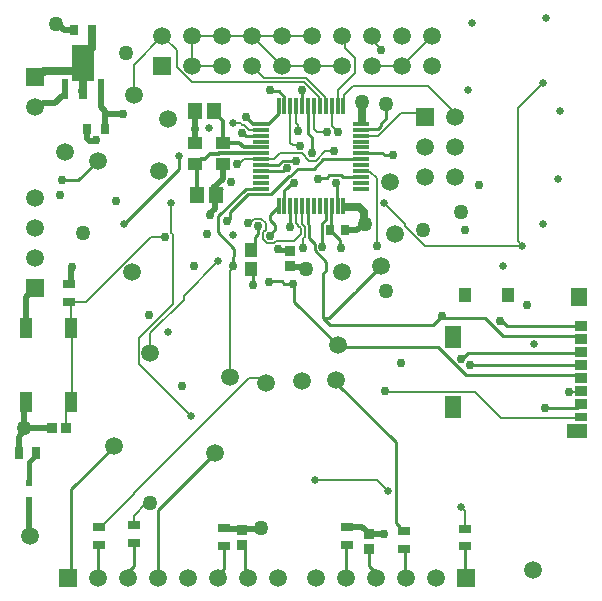
<source format=gtl>
G04*
G04 #@! TF.GenerationSoftware,Altium Limited,Altium Designer,22.10.1 (41)*
G04*
G04 Layer_Physical_Order=1*
G04 Layer_Color=255*
%FSLAX25Y25*%
%MOIN*%
G70*
G04*
G04 #@! TF.SameCoordinates,AFA84DA5-00AA-44F6-A921-FAAB14C792BC*
G04*
G04*
G04 #@! TF.FilePolarity,Positive*
G04*
G01*
G75*
%ADD13C,0.01000*%
%ADD23R,0.03150X0.03543*%
%ADD27R,0.03985X0.04758*%
%ADD31R,0.02953X0.03937*%
%ADD43R,0.05315X0.06102*%
%ADD44R,0.03937X0.04724*%
%ADD45R,0.05315X0.07480*%
%ADD46R,0.07087X0.04606*%
%ADD47R,0.04331X0.02953*%
%ADD48R,0.04331X0.03347*%
%ADD49R,0.05807X0.01181*%
%ADD50R,0.01181X0.05807*%
%ADD51R,0.07610X0.11929*%
%ADD52R,0.02284X0.06811*%
%ADD53R,0.02992X0.05906*%
%ADD54R,0.03937X0.03150*%
%ADD55R,0.03740X0.03740*%
%ADD56R,0.02953X0.03347*%
%ADD57R,0.05118X0.05709*%
%ADD58R,0.05118X0.04331*%
%ADD59R,0.03937X0.06693*%
%ADD60R,0.02362X0.02362*%
%ADD61R,0.03740X0.03740*%
%ADD62C,0.01200*%
%ADD63C,0.00700*%
%ADD64C,0.02000*%
%ADD65C,0.01500*%
%ADD66C,0.02500*%
%ADD67C,0.03000*%
%ADD68C,0.01968*%
%ADD69R,0.05906X0.05906*%
%ADD70C,0.05906*%
%ADD71R,0.05906X0.05906*%
%ADD72C,0.03000*%
%ADD73C,0.05000*%
%ADD74C,0.02500*%
D13*
X224878Y229878D02*
X225418Y230381D01*
X190500Y238000D02*
X191300Y237200D01*
Y232500D02*
Y237200D01*
X189000Y288500D02*
X191083Y286417D01*
X193725D02*
X193815Y286327D01*
X189000Y288500D02*
X189000D01*
X191083Y286417D02*
X193725D01*
X193815Y286327D02*
X196128D01*
X199791Y297117D02*
X201551Y295357D01*
X197383Y297117D02*
X199791D01*
X197000Y297500D02*
X197383Y297117D01*
X201551Y292276D02*
Y295357D01*
X186848Y146152D02*
X187079D01*
X112947Y176353D02*
X113094Y176500D01*
X201551Y292276D02*
X201642Y292185D01*
X219268Y258906D02*
Y266232D01*
X199621Y272547D02*
X201174Y274100D01*
X230000Y138827D02*
Y144539D01*
X178500Y262201D02*
X178799Y262500D01*
X188561Y135939D02*
X189500Y135000D01*
X115000Y183918D02*
Y185000D01*
X136000Y281339D02*
X136586Y280753D01*
X178799Y262500D02*
X180858Y264559D01*
X201174Y274100D02*
X205400D01*
X230000Y138827D02*
X232000Y136827D01*
X234000Y285500D02*
Y286500D01*
X219000Y266500D02*
X219268Y266232D01*
X232000Y135500D02*
Y136827D01*
X193815Y272547D02*
X199621D01*
X232949Y284449D02*
X234000Y285500D01*
X188561Y135939D02*
Y144669D01*
X187079Y146152D02*
X188561Y144669D01*
X171929Y280000D02*
X171972Y280043D01*
X119827Y292000D02*
X121093Y293266D01*
X118500Y292000D02*
X119827D01*
X219268Y258906D02*
X219358Y258815D01*
X171850Y290500D02*
X171972Y290378D01*
X227185Y284358D02*
X227276Y284449D01*
X205400Y274100D02*
X205500Y274000D01*
X235500Y288000D02*
Y293000D01*
X234000Y286500D02*
X235500Y288000D01*
X115000Y193079D02*
X115520Y193598D01*
X227276Y284449D02*
X232949D01*
X268547Y221776D02*
X274665Y215658D01*
X254311Y221776D02*
X268547D01*
X254044Y222044D02*
X254311Y221776D01*
X216889Y219111D02*
X251111D01*
X254111Y222111D01*
X201664Y233097D02*
X204403D01*
X200903Y233858D02*
X201664Y233097D01*
X196858Y233858D02*
X200903D01*
X205000Y227000D02*
Y231511D01*
Y227000D02*
X219500Y212500D01*
X204786Y231725D02*
X205000Y231511D01*
X204786Y231725D02*
Y232714D01*
X204403Y233097D02*
X204786Y232714D01*
X197000Y249000D02*
Y249541D01*
X192922Y249463D02*
Y252276D01*
X198356Y250898D02*
Y252685D01*
X192922Y252276D02*
X192952Y252306D01*
X197000Y249541D02*
X198356Y250898D01*
X196847Y254194D02*
X198356Y252685D01*
X191992Y248533D02*
X192922Y249463D01*
X182473Y254060D02*
X182783D01*
X183483Y254760D01*
X234482Y276492D02*
X234957Y276018D01*
X227193Y276492D02*
X234482D01*
X234957Y276018D02*
X237982D01*
X166632Y271400D02*
Y275650D01*
X274041Y220500D02*
X275726Y218815D01*
X300492D01*
X184594Y239094D02*
Y242000D01*
X184500Y239000D02*
X184594Y239094D01*
X185000Y242406D02*
Y244771D01*
X184594Y242000D02*
X185000Y242406D01*
X179500Y250271D02*
X185000Y244771D01*
X179500Y135000D02*
Y136039D01*
X181500Y138039D02*
Y145500D01*
X179500Y136039D02*
X181500Y138039D01*
X188933Y282390D02*
X193815D01*
X187632Y283150D02*
X188173D01*
X148233Y253002D02*
X166632Y271400D01*
X148157Y253002D02*
X148233D01*
X188173Y283150D02*
X188933Y282390D01*
X191992Y245806D02*
Y248533D01*
X238674Y153326D02*
X240032Y151969D01*
Y151575D02*
X241106Y150500D01*
X196847Y255989D02*
X199673Y258815D01*
X240032Y151575D02*
Y151969D01*
X241106Y150500D02*
X241500D01*
X238674Y153326D02*
Y180326D01*
X219000Y200000D02*
X238674Y180326D01*
X196847Y254194D02*
Y255989D01*
X219000Y200000D02*
Y201000D01*
X203610Y251931D02*
Y258815D01*
X214531Y274516D02*
X227185D01*
Y276484D02*
X227193Y276492D01*
X221106Y268610D02*
X227185D01*
X211000Y276500D02*
Y281640D01*
X196128Y286327D02*
X199673Y289872D01*
X211415Y271400D02*
X214531Y274516D01*
X213383Y268383D02*
X215690D01*
X201642Y258815D02*
Y264142D01*
X202349Y264849D02*
X202459D01*
X207524Y292209D02*
Y297476D01*
X183483Y254760D02*
Y256983D01*
X201038Y270579D02*
X201959Y271500D01*
X202459Y264849D02*
X204172Y266561D01*
X201959Y271500D02*
X202500D01*
X203092Y268900D02*
X203577D01*
X216500Y269193D02*
X220524D01*
X207500Y297500D02*
X207524Y297476D01*
X203577Y268900D02*
X206077Y271400D01*
X220524Y269193D02*
X221106Y268610D01*
X209516Y283124D02*
X211000Y281640D01*
X213000Y268000D02*
X213383Y268383D01*
X201642Y264142D02*
X202349Y264849D01*
X183483Y256983D02*
X189483Y262983D01*
X197174D02*
X203092Y268900D01*
X215690Y268383D02*
X216500Y269193D01*
X214305Y253129D02*
X215421Y254245D01*
X189483Y262983D02*
X197174D01*
X215421Y254245D02*
Y258815D01*
X193815Y270579D02*
X201038D01*
X209516Y283124D02*
Y292185D01*
X199673Y289872D02*
Y292185D01*
X204172Y266561D02*
X204713D01*
X207524Y292209D02*
X207547Y292185D01*
X206077Y271400D02*
X211415D01*
X214305Y245383D02*
Y253129D01*
X190500Y244314D02*
X191992Y245806D01*
X179500Y250271D02*
Y255500D01*
X188673Y264673D01*
X193815D01*
X159500Y135000D02*
Y157500D01*
X178586Y176586D01*
X209800Y248200D02*
Y252664D01*
Y248200D02*
X211705Y246295D01*
Y244306D02*
Y246295D01*
Y244306D02*
X215574Y240438D01*
X118500Y241500D02*
X118899D01*
X130000Y232906D02*
X130394D01*
X130500Y164500D02*
X145437Y179437D01*
X130500Y136000D02*
Y164500D01*
X129500Y135000D02*
X130500Y136000D01*
X220117Y245383D02*
Y247568D01*
X216882Y250803D02*
X220117Y247568D01*
Y245383D02*
X220500Y245000D01*
X216882Y250803D02*
Y251000D01*
X214500Y221500D02*
X216500D01*
X225446Y230441D02*
X225446Y230446D01*
X216500Y221500D02*
X224878Y229878D01*
X225418Y230381D02*
X225446Y230441D01*
X225446Y230446D02*
X234000Y239000D01*
X214500Y221500D02*
Y236376D01*
Y221500D02*
X216889Y219111D01*
X214500Y236376D02*
X215574Y237449D01*
X288658Y191658D02*
X299319D01*
X288500Y191500D02*
X288658Y191658D01*
X299319D02*
X300492Y192831D01*
X219500Y212000D02*
X252823D01*
X196500Y233500D02*
X196858Y233858D01*
X209516Y252948D02*
X209800Y252664D01*
X209516Y252948D02*
Y258815D01*
X215574Y237449D02*
Y240438D01*
X217299Y251417D02*
Y258724D01*
X216882Y251000D02*
X217299Y251417D01*
Y258724D02*
X217390Y258815D01*
X273500Y220500D02*
X274041D01*
X299319Y215658D02*
X300492Y214484D01*
X274665Y215658D02*
X299319D01*
X262158Y202665D02*
X299319D01*
X300315Y206000D02*
X300492Y205823D01*
X260743Y208000D02*
X262743Y210000D01*
X252823Y212000D02*
X262158Y202665D01*
X263500Y206000D02*
X300315D01*
X260500Y208000D02*
X260743D01*
X262743Y210000D02*
X300339D01*
X299319Y202665D02*
X300492Y201492D01*
X300339Y210000D02*
X300492Y210154D01*
X116500Y151000D02*
X117133Y150367D01*
X262000Y135500D02*
Y145500D01*
X242000Y135500D02*
Y144094D01*
X241500Y144594D02*
X242000Y144094D01*
X222000Y135500D02*
X222031Y135531D01*
X223106Y146000D02*
X223500D01*
X222031Y144925D02*
X223106Y146000D01*
X222031Y135531D02*
Y144925D01*
X127500Y267500D02*
X133000D01*
X139500Y274000D01*
X149500Y136827D02*
X151500Y138827D01*
Y146547D01*
X149500Y135500D02*
Y136827D01*
X139500Y135500D02*
Y146500D01*
X178150Y290205D02*
Y290500D01*
D23*
X131595Y317500D02*
D03*
X137500D02*
D03*
X141905Y284500D02*
D03*
X136000D02*
D03*
D27*
X190500Y238000D02*
D03*
Y244314D02*
D03*
D31*
X119000Y176500D02*
D03*
X113094D02*
D03*
D43*
X300000Y228500D02*
D03*
D44*
X276280Y229189D02*
D03*
X261713D02*
D03*
D45*
X257874Y215410D02*
D03*
Y191906D02*
D03*
D46*
X299114Y183933D02*
D03*
D47*
X300492Y188697D02*
D03*
D48*
Y192831D02*
D03*
Y197162D02*
D03*
Y201492D02*
D03*
Y205823D02*
D03*
Y210154D02*
D03*
Y214484D02*
D03*
Y218815D02*
D03*
D49*
X193815Y286327D02*
D03*
Y284358D02*
D03*
Y282390D02*
D03*
Y280421D02*
D03*
Y278453D02*
D03*
Y276484D02*
D03*
Y274516D02*
D03*
Y272547D02*
D03*
Y270579D02*
D03*
Y268610D02*
D03*
Y266642D02*
D03*
Y264673D02*
D03*
X227185D02*
D03*
Y266642D02*
D03*
Y268610D02*
D03*
Y270579D02*
D03*
Y272547D02*
D03*
Y274516D02*
D03*
Y276484D02*
D03*
Y278453D02*
D03*
Y280421D02*
D03*
Y282390D02*
D03*
Y284358D02*
D03*
Y286327D02*
D03*
D50*
X199673Y258815D02*
D03*
X201642D02*
D03*
X203610D02*
D03*
X205579D02*
D03*
X207547D02*
D03*
X209516D02*
D03*
X211484D02*
D03*
X213453D02*
D03*
X215421D02*
D03*
X217390D02*
D03*
X219358D02*
D03*
X221327D02*
D03*
Y292185D02*
D03*
X219358D02*
D03*
X217390D02*
D03*
X215421D02*
D03*
X213453D02*
D03*
X211484D02*
D03*
X209516D02*
D03*
X207547D02*
D03*
X205579D02*
D03*
X203610D02*
D03*
X201642D02*
D03*
X199673D02*
D03*
D51*
X134500Y306500D02*
D03*
D52*
X140405Y298035D02*
D03*
X128595D02*
D03*
D53*
X134500Y297583D02*
D03*
D54*
X222500Y151953D02*
D03*
Y146047D02*
D03*
X130000Y227000D02*
D03*
Y232906D02*
D03*
X262000Y145500D02*
D03*
Y151406D02*
D03*
X241500Y144594D02*
D03*
Y150500D02*
D03*
X151500Y146547D02*
D03*
Y152453D02*
D03*
X140000Y151906D02*
D03*
Y146000D02*
D03*
X181500Y151453D02*
D03*
Y145547D02*
D03*
D55*
X230000Y149461D02*
D03*
Y144539D02*
D03*
X187500Y146039D02*
D03*
Y150961D02*
D03*
X203500Y239000D02*
D03*
Y243921D02*
D03*
D56*
X216882Y251000D02*
D03*
X222000D02*
D03*
D57*
X172500Y262500D02*
D03*
X178799D02*
D03*
X178150Y290500D02*
D03*
X171850D02*
D03*
D58*
X171972Y272957D02*
D03*
X181028D02*
D03*
Y280043D02*
D03*
X171972D02*
D03*
D59*
X130480Y193598D02*
D03*
Y218402D02*
D03*
X115520Y193598D02*
D03*
Y218402D02*
D03*
D60*
X116500Y166500D02*
D03*
Y160988D02*
D03*
D61*
X124079Y185000D02*
D03*
X129000D02*
D03*
D62*
X179984Y276484D02*
X193815D01*
X176822Y276322D02*
X179822D01*
X179984Y276484D01*
X173932Y274522D02*
X175022D01*
X176822Y276322D01*
X172500Y272957D02*
Y273091D01*
X173932Y274522D01*
X171972Y272957D02*
X172500D01*
X181028Y280043D02*
X186499D01*
X188090Y278453D02*
X193815D01*
X186499Y280043D02*
X188090Y278453D01*
X181028Y280043D02*
Y287327D01*
X178150Y290205D02*
X181028Y287327D01*
X172500Y262500D02*
Y272429D01*
D63*
X184500Y286500D02*
X187053D01*
X187503Y286050D01*
X188197D02*
X189888Y284358D01*
X187503Y286050D02*
X188197D01*
X189888Y284358D02*
X193815D01*
X296342Y196842D02*
X300173D01*
X300492Y197162D01*
X279500Y291500D02*
X288000Y300000D01*
X279500Y247253D02*
Y291500D01*
Y247253D02*
X281000Y245753D01*
X194550Y250227D02*
X195402Y251079D01*
Y253320D01*
X191523Y254755D02*
X193966D01*
X190134Y253366D02*
X191523Y254755D01*
X193966D02*
X195402Y253320D01*
X194550Y247985D02*
X195985Y246550D01*
X198015D01*
X194550Y247985D02*
Y250227D01*
X198015Y246550D02*
X198700Y247235D01*
X189511Y253366D02*
X190134D01*
X198700Y247235D02*
X204800D01*
X207050Y249485D01*
X208000Y245100D02*
Y248388D01*
X208350Y248738D02*
Y252063D01*
X208000Y248388D02*
X208350Y248738D01*
X232478Y245479D02*
Y268154D01*
X230294Y270338D02*
X232478Y268154D01*
X205539Y286617D02*
Y292146D01*
X206124Y283964D02*
X206193Y283895D01*
X206124Y283964D02*
Y286033D01*
X205539Y286617D02*
X206124Y286033D01*
X151500Y152453D02*
Y155754D01*
X155612Y159866D01*
X184500Y238378D02*
Y239000D01*
X183500Y237378D02*
X184500Y238378D01*
X183500Y202250D02*
Y237378D01*
X155612Y159866D02*
X156775D01*
X168076Y229076D02*
X179500Y240500D01*
X156996Y216496D02*
X168076Y227576D01*
Y229076D01*
X193575Y278693D02*
X193815Y278453D01*
X205579Y253386D02*
X206224Y252741D01*
X205579Y253386D02*
Y258815D01*
X206224Y252351D02*
X207050Y251524D01*
X207524Y252889D02*
X208350Y252063D01*
X207524Y252889D02*
Y258791D01*
X206224Y252351D02*
Y252741D01*
X164000Y250089D02*
X164450Y249639D01*
X164000Y250089D02*
Y260000D01*
X164450Y226308D02*
Y249639D01*
X157105Y248624D02*
X161876D01*
X130480Y227000D02*
X135481D01*
X157105Y248624D01*
X186575Y273000D02*
X188090Y274516D01*
X217390Y285669D02*
X219361Y283698D01*
X203610Y280012D02*
X204487Y279135D01*
X205539Y292146D02*
X205579Y292185D01*
X206765Y279135D02*
X207000Y278900D01*
X207524Y258791D02*
X207547Y258815D01*
X188090Y274516D02*
X198121D01*
X215617Y283556D02*
X215761Y283700D01*
X211484Y284516D02*
Y292185D01*
X207050Y249485D02*
Y251524D01*
X215319Y277354D02*
X218052D01*
X186000Y273000D02*
X186575D01*
X217390Y294437D02*
X217445Y294492D01*
X198121Y274516D02*
X200056Y276450D01*
X203610Y280012D02*
Y292185D01*
X200056Y276450D02*
X207585D01*
X217390Y285669D02*
Y294437D01*
X227185Y270579D02*
X227426Y270338D01*
X211484Y284516D02*
X212444Y283556D01*
X215617D01*
X204487Y279135D02*
X206765D01*
X212015Y274050D02*
X215319Y277354D01*
X227426Y270338D02*
X230294D01*
X207585Y276450D02*
X209985Y274050D01*
X212015D01*
X249500Y299000D02*
X258500Y290000D01*
X259500Y289000D01*
X235500Y197000D02*
X265041D01*
X235250Y197250D02*
X235500Y197000D01*
X265041D02*
X273699Y188341D01*
X219646Y297646D02*
X225300Y303300D01*
Y308200D01*
X221996Y311504D02*
X225300Y308200D01*
X221374Y294500D02*
Y295874D01*
X224500Y299000D01*
X249500D01*
X215181Y292426D02*
Y295319D01*
Y292426D02*
X215421Y292185D01*
X194903Y301597D02*
X208903D01*
X215181Y295319D01*
X191000Y305500D02*
X194903Y301597D01*
X208210Y300297D02*
X213212Y295294D01*
X170683Y300297D02*
X208210D01*
X231000Y314091D02*
Y315500D01*
Y314091D02*
X232380Y312711D01*
Y312620D02*
Y312711D01*
Y312620D02*
X234000Y311000D01*
X141905Y290595D02*
X143000Y289500D01*
X161876Y248624D02*
X162000Y248500D01*
X130480Y218402D02*
Y227000D01*
X130000D02*
X130480D01*
X153093Y214951D02*
X164450Y226308D01*
X156996Y210004D02*
Y216496D01*
X260603Y158570D02*
X262000Y157173D01*
Y151406D02*
Y157173D01*
X248500Y245500D02*
X281000D01*
X189981Y201500D02*
X196000D01*
X212000Y167500D02*
X232620D01*
X139606Y151906D02*
X140000D01*
X151597Y163109D02*
Y163117D01*
X189981Y201500D01*
X140394Y151906D02*
X151597Y163109D01*
X232620Y167500D02*
X236019Y164101D01*
X153093Y206407D02*
Y214951D01*
Y206407D02*
X170500Y189000D01*
X151500Y306000D02*
X161000Y315500D01*
X151500Y296000D02*
Y306000D01*
X241772Y252228D02*
X248500Y245500D01*
X241772Y252228D02*
Y252928D01*
X234700Y260000D02*
X241772Y252928D01*
X165690Y305291D02*
X170683Y300297D01*
X165690Y305291D02*
Y310810D01*
X240551Y290000D02*
X248500D01*
X227185Y282390D02*
X232940D01*
X240551Y290000D01*
X162000Y248500D02*
Y248624D01*
X213212Y292426D02*
Y295294D01*
Y292426D02*
X213453Y292185D01*
X140000Y151906D02*
X140394D01*
X231000Y305500D02*
X241000D01*
X230535D02*
X231000D01*
X191000Y315500D02*
X201000Y305500D01*
X171000D02*
Y315500D01*
X201000D02*
X211000D01*
X131000Y194118D02*
Y217882D01*
X273699Y188341D02*
X300136D01*
X300492Y188697D01*
X130480Y218402D02*
X131000Y217882D01*
X129000Y185000D02*
Y192118D01*
X130480Y193598D01*
X131000Y194118D01*
X171000Y305500D02*
X181000D01*
X161000Y315500D02*
X165690Y310810D01*
X219405Y294500D02*
X219646Y294741D01*
Y297646D01*
X211000Y305500D02*
X221000D01*
X201000D02*
X211000D01*
X241000D02*
X251000Y315500D01*
X191000D02*
X201000D01*
X181000D02*
X191000D01*
X171000D02*
X181000D01*
X221996Y311504D02*
Y314504D01*
X221000Y315500D02*
X221996Y314504D01*
D64*
X171972Y284500D02*
Y290378D01*
X171986Y284486D02*
X172000Y284500D01*
X208500Y238500D02*
X209000Y238000D01*
X115000Y185000D02*
Y193079D01*
X136000Y281339D02*
Y284500D01*
X128453Y295630D02*
X128595Y295772D01*
X125500Y319500D02*
X126057D01*
X178000Y265000D02*
X181028Y268028D01*
X128057Y317500D02*
X131595D01*
X115520Y218402D02*
Y228520D01*
X138729Y281000D02*
X139000D01*
X171986Y280085D02*
X172000Y280071D01*
X204000Y238500D02*
X208500D01*
X176951Y256492D02*
X178500Y258041D01*
X115520Y228520D02*
X118500Y231500D01*
X178500Y258041D02*
Y262201D01*
X113094Y176500D02*
Y182012D01*
X125266Y293266D02*
X127630Y295630D01*
X128453D01*
X181028Y268028D02*
Y272957D01*
X113094Y182012D02*
X115000Y183918D01*
Y185000D02*
X124079D01*
X136586Y280753D02*
X138482D01*
X203500Y239000D02*
X204000Y238500D01*
X138482Y280753D02*
X138729Y281000D01*
X128595Y295772D02*
Y298035D01*
X126057Y319500D02*
X128057Y317500D01*
X176951Y256010D02*
Y256492D01*
X121093Y293266D02*
X125266D01*
X171986Y280085D02*
Y284486D01*
X171929Y280000D02*
X172000Y280071D01*
X227657Y151953D02*
X230130Y149480D01*
X181246Y151230D02*
X193730D01*
X190500Y244314D02*
X190696Y244118D01*
X225993Y251000D02*
X228077Y253084D01*
X228550D01*
X222000Y251000D02*
X225993D01*
X193730Y151230D02*
X194000Y151500D01*
X234980Y149480D02*
X235000Y149500D01*
X230130Y149480D02*
X234980D01*
X222500Y151953D02*
X227657D01*
X130609Y238309D02*
X130800Y238500D01*
X130609Y233121D02*
Y238309D01*
X130394Y232906D02*
X130609Y233121D01*
X140405Y292094D02*
Y298035D01*
Y292094D02*
X141905Y290595D01*
Y284500D02*
Y290595D01*
X116500Y151000D02*
Y160988D01*
D65*
X202512Y244403D02*
Y244713D01*
X199442Y244558D02*
X199729Y244271D01*
X202380D02*
X202512Y244403D01*
X199729Y244271D02*
X202380D01*
X202512Y244713D02*
X203304Y243921D01*
X116500Y166500D02*
Y173508D01*
X119000Y176008D01*
Y176500D01*
D66*
X226490Y258658D02*
X228072Y257076D01*
Y253562D02*
Y257076D01*
Y253562D02*
X228550Y253084D01*
X221986Y258658D02*
X226490D01*
X227592Y286986D02*
Y293593D01*
X134500Y296667D02*
Y309945D01*
X121667Y304000D02*
X134945D01*
X134306Y297389D02*
X134500Y297583D01*
X120203Y303703D02*
X121370D01*
X121667Y304000D01*
X137500Y311660D02*
Y317500D01*
X134500Y308660D02*
X137500Y311660D01*
X134500Y306500D02*
Y308660D01*
X149000Y309831D02*
Y310000D01*
X160049Y304549D02*
X161000Y305500D01*
D67*
X248500Y267790D02*
Y268500D01*
D68*
X143000Y289500D02*
X148000D01*
D69*
X248500Y288500D02*
D03*
X118500Y231500D02*
D03*
Y302000D02*
D03*
D70*
X258500Y288500D02*
D03*
X248500Y278500D02*
D03*
X258500D02*
D03*
X248500Y268500D02*
D03*
X258500D02*
D03*
X118500Y261500D02*
D03*
Y251500D02*
D03*
Y241500D02*
D03*
X195500Y200000D02*
D03*
X178500Y176500D02*
D03*
X219500Y212500D02*
D03*
X221000Y237000D02*
D03*
X151500Y296000D02*
D03*
X238500Y249500D02*
D03*
X156996Y210004D02*
D03*
X284500Y137500D02*
D03*
X207500Y200500D02*
D03*
X252036Y135012D02*
D03*
X242036D02*
D03*
X232036D02*
D03*
X222036D02*
D03*
X212036D02*
D03*
X219000Y201000D02*
D03*
X139500Y135000D02*
D03*
X149500D02*
D03*
X159500D02*
D03*
X169500D02*
D03*
X179500D02*
D03*
X189500D02*
D03*
X199500D02*
D03*
X145000Y179000D02*
D03*
X160000Y270500D02*
D03*
X139500Y274000D02*
D03*
X118500Y292000D02*
D03*
X251000Y315500D02*
D03*
X241000D02*
D03*
X231000D02*
D03*
X221000D02*
D03*
X211000D02*
D03*
X201000D02*
D03*
X191000D02*
D03*
X181000D02*
D03*
X171000D02*
D03*
X161000D02*
D03*
X251000Y305500D02*
D03*
X241000D02*
D03*
X231000D02*
D03*
X221000D02*
D03*
X211000D02*
D03*
X201000D02*
D03*
X191000D02*
D03*
X181000D02*
D03*
X171000D02*
D03*
X128500Y277000D02*
D03*
X183500Y202000D02*
D03*
X117000Y149000D02*
D03*
X237000Y267000D02*
D03*
X163000Y288000D02*
D03*
X151000Y237000D02*
D03*
X234000Y239000D02*
D03*
D71*
X262036Y135012D02*
D03*
X129500Y135000D02*
D03*
X161000Y305500D02*
D03*
D72*
X191300Y232500D02*
D03*
X189000Y288500D02*
D03*
X197000Y297500D02*
D03*
X219000Y266500D02*
D03*
X172000Y284500D02*
D03*
X205500Y274000D02*
D03*
X156500Y222500D02*
D03*
X266500Y266000D02*
D03*
X262000Y251000D02*
D03*
X296342Y196842D02*
D03*
X176951Y256010D02*
D03*
X139000Y281000D02*
D03*
X282500Y226000D02*
D03*
X189511Y253366D02*
D03*
X197000Y249000D02*
D03*
X192952Y252306D02*
D03*
X199442Y244558D02*
D03*
X208000Y245100D02*
D03*
X182473Y254060D02*
D03*
X237982Y276018D02*
D03*
X148000Y289500D02*
D03*
X184500Y239000D02*
D03*
X187632Y283150D02*
D03*
X204403Y233097D02*
D03*
X203500Y252000D02*
D03*
X235000Y149500D02*
D03*
X130800Y238500D02*
D03*
X211000Y276500D02*
D03*
X232478Y245479D02*
D03*
X215761Y283700D02*
D03*
X206193Y283895D02*
D03*
X207000Y278900D02*
D03*
X219361Y283698D02*
D03*
X207500Y297500D02*
D03*
X186000Y273000D02*
D03*
X218052Y277354D02*
D03*
X214305Y245383D02*
D03*
X213000Y268000D02*
D03*
X202500Y271500D02*
D03*
X204713Y266561D02*
D03*
X240500Y206500D02*
D03*
X235250Y197250D02*
D03*
X234000Y311000D02*
D03*
X127000Y262500D02*
D03*
X145500Y260500D02*
D03*
X220500Y245000D02*
D03*
X184000Y267000D02*
D03*
X162000Y248624D02*
D03*
X171653Y238847D02*
D03*
X288500Y191500D02*
D03*
X167500Y199000D02*
D03*
X176000Y249500D02*
D03*
X273500Y220500D02*
D03*
X254111Y222111D02*
D03*
X260500Y208000D02*
D03*
X263500Y206000D02*
D03*
X196500Y233500D02*
D03*
X127500Y267500D02*
D03*
D73*
X209000Y238000D02*
D03*
X115000Y185000D02*
D03*
X125500Y319500D02*
D03*
X134500Y250000D02*
D03*
X235500Y230500D02*
D03*
Y293000D02*
D03*
X228550Y253084D02*
D03*
X248000Y251000D02*
D03*
X156775Y159866D02*
D03*
X194000Y151500D02*
D03*
X227592Y293593D02*
D03*
X149000Y310000D02*
D03*
X260500Y257000D02*
D03*
D74*
X289000Y321500D02*
D03*
X293500Y290500D02*
D03*
X288000Y253000D02*
D03*
X293000Y268000D02*
D03*
X264007Y320088D02*
D03*
X263000Y297500D02*
D03*
X285000Y213000D02*
D03*
X184518Y249319D02*
D03*
X163000Y217000D02*
D03*
X166632Y275650D02*
D03*
X179500Y240500D02*
D03*
X176500Y285000D02*
D03*
X148157Y253002D02*
D03*
X164000Y260000D02*
D03*
X212000Y167500D02*
D03*
X260603Y158570D02*
D03*
X236019Y164101D02*
D03*
X170500Y189000D02*
D03*
X184500Y286500D02*
D03*
X274426Y238963D02*
D03*
X234700Y260000D02*
D03*
X281000Y245500D02*
D03*
X288000Y300000D02*
D03*
M02*

</source>
